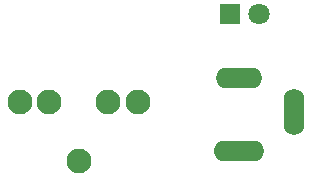
<source format=gbs>
G04*
G04 #@! TF.GenerationSoftware,Altium Limited,Altium Designer,19.0.15 (446)*
G04*
G04 Layer_Color=16711935*
%FSLAX25Y25*%
%MOIN*%
G70*
G01*
G75*
%ADD47C,0.08274*%
%ADD48C,0.00400*%
%ADD49O,0.06896X0.15558*%
%ADD50O,0.15558X0.06896*%
%ADD51O,0.16935X0.06896*%
%ADD52C,0.07093*%
%ADD53R,0.07093X0.07093*%
D47*
X610185Y111500D02*
D03*
X600343Y131185D02*
D03*
X590500D02*
D03*
X620028D02*
D03*
X629870D02*
D03*
D48*
Y111500D02*
D03*
X590500D02*
D03*
D49*
X681807Y127795D02*
D03*
D50*
X663500Y139409D02*
D03*
D51*
Y115000D02*
D03*
D52*
X670343Y160500D02*
D03*
D53*
X660500D02*
D03*
M02*

</source>
